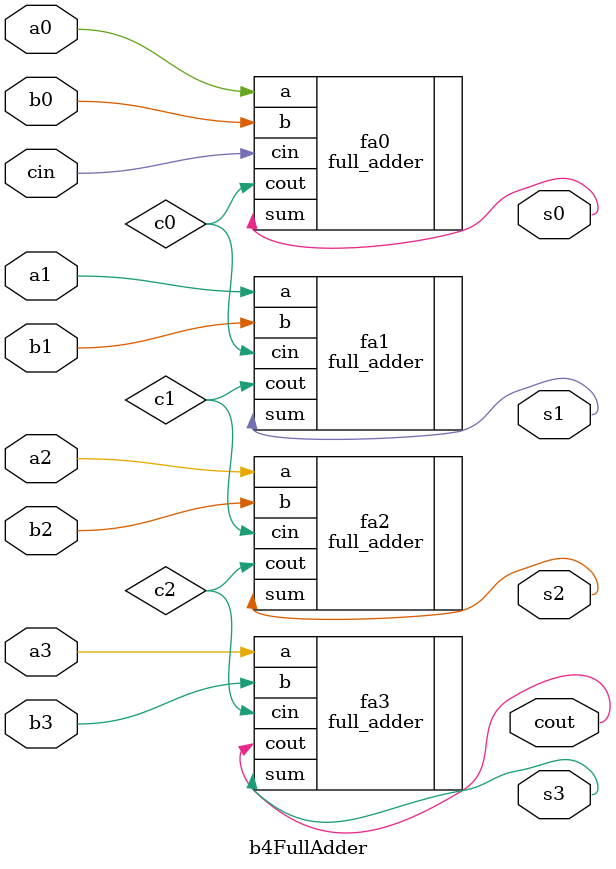
<source format=v>
module b4FullAdder(a0,b0,
                   a1,b1,
                   a2,b2,
                   a3,b3,
                   s0,s1,
                   s2,s3,
                   cin,cout);

    //port direction

    input a0,b0,a1,b1,a2,b2,a3,b3,cin;
    output cout,s0,s1,s2,s3;

    wire c0,c1,c2;

    full_adder fa0 (.a(a0),.b(b0),.cin(cin),.sum(s0),.cout(c0));
    full_adder fa1 (.a(a1),.b(b1),.cin(c0),.sum(s1),.cout(c1));
    full_adder fa2 (.a(a2),.b(b2),.cin(c1),.sum(s2),.cout(c2));
    full_adder fa3 (.a(a3),.b(b3),.cin(c2),.sum(s3),.cout(cout));
endmodule

</source>
